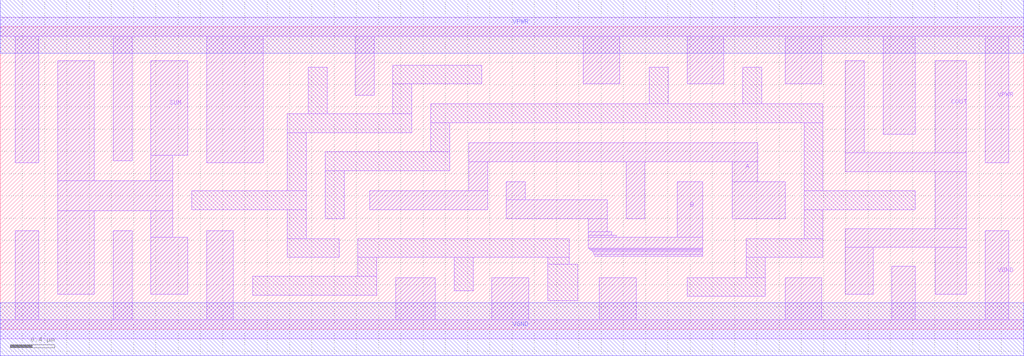
<source format=lef>
# Copyright 2020 The SkyWater PDK Authors
#
# Licensed under the Apache License, Version 2.0 (the "License");
# you may not use this file except in compliance with the License.
# You may obtain a copy of the License at
#
#     https://www.apache.org/licenses/LICENSE-2.0
#
# Unless required by applicable law or agreed to in writing, software
# distributed under the License is distributed on an "AS IS" BASIS,
# WITHOUT WARRANTIES OR CONDITIONS OF ANY KIND, either express or implied.
# See the License for the specific language governing permissions and
# limitations under the License.
#
# SPDX-License-Identifier: Apache-2.0

VERSION 5.5 ;
NAMESCASESENSITIVE ON ;
BUSBITCHARS "[]" ;
DIVIDERCHAR "/" ;
MACRO sky130_fd_sc_hd__ha_4
  CLASS CORE ;
  SOURCE USER ;
  ORIGIN  0.000000  0.000000 ;
  SIZE  9.200000 BY  2.720000 ;
  SYMMETRY X Y R90 ;
  SITE unithd ;
  PIN A
    ANTENNAGATEAREA  0.990000 ;
    DIRECTION INPUT ;
    USE SIGNAL ;
    PORT
      LAYER li1 ;
        RECT 3.320000 1.075000 4.380000 1.245000 ;
        RECT 4.210000 1.245000 4.380000 1.505000 ;
        RECT 4.210000 1.505000 6.810000 1.675000 ;
        RECT 5.625000 0.995000 5.795000 1.505000 ;
        RECT 6.580000 0.995000 7.055000 1.325000 ;
        RECT 6.580000 1.325000 6.810000 1.505000 ;
    END
  END A
  PIN B
    ANTENNAGATEAREA  0.990000 ;
    DIRECTION INPUT ;
    USE SIGNAL ;
    PORT
      LAYER li1 ;
        RECT 4.550000 0.995000 5.455000 1.165000 ;
        RECT 4.550000 1.165000 4.720000 1.325000 ;
        RECT 5.285000 0.730000 6.315000 0.825000 ;
        RECT 5.285000 0.825000 5.535000 0.845000 ;
        RECT 5.285000 0.845000 5.495000 0.875000 ;
        RECT 5.285000 0.875000 5.455000 0.995000 ;
        RECT 5.295000 0.720000 6.315000 0.730000 ;
        RECT 5.310000 0.710000 6.315000 0.720000 ;
        RECT 5.320000 0.695000 6.315000 0.710000 ;
        RECT 5.335000 0.675000 6.315000 0.695000 ;
        RECT 5.345000 0.655000 6.315000 0.675000 ;
        RECT 6.085000 0.825000 6.315000 1.325000 ;
    END
  END B
  PIN COUT
    ANTENNADIFFAREA  0.891000 ;
    DIRECTION OUTPUT ;
    USE SIGNAL ;
    PORT
      LAYER li1 ;
        RECT 7.595000 0.315000 7.845000 0.735000 ;
        RECT 7.595000 0.735000 8.685000 0.905000 ;
        RECT 7.595000 1.415000 8.685000 1.585000 ;
        RECT 7.595000 1.585000 7.765000 2.415000 ;
        RECT 8.405000 0.315000 8.685000 0.735000 ;
        RECT 8.405000 0.905000 8.685000 1.415000 ;
        RECT 8.405000 1.585000 8.685000 2.415000 ;
    END
  END COUT
  PIN SUM
    ANTENNADIFFAREA  0.891000 ;
    DIRECTION OUTPUT ;
    USE SIGNAL ;
    PORT
      LAYER li1 ;
        RECT 0.515000 0.315000 0.845000 1.065000 ;
        RECT 0.515000 1.065000 1.550000 1.335000 ;
        RECT 0.515000 1.335000 0.845000 2.415000 ;
        RECT 1.355000 0.315000 1.685000 0.825000 ;
        RECT 1.355000 0.825000 1.550000 1.065000 ;
        RECT 1.355000 1.335000 1.550000 1.565000 ;
        RECT 1.355000 1.565000 1.685000 2.415000 ;
    END
  END SUM
  PIN VGND
    DIRECTION INOUT ;
    SHAPE ABUTMENT ;
    USE GROUND ;
    PORT
      LAYER li1 ;
        RECT 0.000000 -0.085000 9.200000 0.085000 ;
        RECT 0.135000  0.085000 0.345000 0.885000 ;
        RECT 1.015000  0.085000 1.185000 0.885000 ;
        RECT 1.855000  0.085000 2.095000 0.885000 ;
        RECT 3.555000  0.085000 3.910000 0.465000 ;
        RECT 4.420000  0.085000 4.750000 0.465000 ;
        RECT 5.385000  0.085000 5.715000 0.465000 ;
        RECT 7.055000  0.085000 7.385000 0.465000 ;
        RECT 8.015000  0.085000 8.225000 0.565000 ;
        RECT 8.855000  0.085000 9.065000 0.885000 ;
    END
    PORT
      LAYER met1 ;
        RECT 0.000000 -0.240000 9.200000 0.240000 ;
    END
  END VGND
  PIN VPWR
    DIRECTION INOUT ;
    SHAPE ABUTMENT ;
    USE POWER ;
    PORT
      LAYER li1 ;
        RECT 0.000000 2.635000 9.200000 2.805000 ;
        RECT 0.135000 1.495000 0.345000 2.635000 ;
        RECT 1.015000 1.515000 1.185000 2.635000 ;
        RECT 1.855000 1.495000 2.365000 2.635000 ;
        RECT 3.190000 2.105000 3.360000 2.635000 ;
        RECT 5.240000 2.205000 5.570000 2.635000 ;
        RECT 6.175000 2.205000 6.505000 2.635000 ;
        RECT 7.055000 2.205000 7.385000 2.635000 ;
        RECT 7.935000 1.755000 8.225000 2.635000 ;
        RECT 8.855000 1.495000 9.065000 2.635000 ;
    END
    PORT
      LAYER met1 ;
        RECT 0.000000 2.480000 9.200000 2.960000 ;
    END
  END VPWR
  OBS
    LAYER li1 ;
      RECT 1.720000 1.075000 2.750000 1.245000 ;
      RECT 2.270000 0.305000 3.385000 0.475000 ;
      RECT 2.580000 0.645000 3.045000 0.815000 ;
      RECT 2.580000 0.815000 2.750000 1.075000 ;
      RECT 2.580000 1.245000 2.750000 1.765000 ;
      RECT 2.580000 1.765000 3.700000 1.935000 ;
      RECT 2.770000 1.935000 2.940000 2.355000 ;
      RECT 2.920000 0.995000 3.090000 1.425000 ;
      RECT 2.920000 1.425000 4.040000 1.595000 ;
      RECT 3.215000 0.475000 3.385000 0.645000 ;
      RECT 3.215000 0.645000 5.115000 0.815000 ;
      RECT 3.530000 1.935000 3.700000 2.205000 ;
      RECT 3.530000 2.205000 4.330000 2.375000 ;
      RECT 3.870000 1.595000 4.040000 1.855000 ;
      RECT 3.870000 1.855000 7.395000 2.025000 ;
      RECT 4.080000 0.345000 4.250000 0.645000 ;
      RECT 4.920000 0.255000 5.190000 0.585000 ;
      RECT 4.920000 0.585000 5.115000 0.645000 ;
      RECT 5.835000 2.025000 6.005000 2.355000 ;
      RECT 6.175000 0.295000 6.875000 0.465000 ;
      RECT 6.675000 2.025000 6.845000 2.355000 ;
      RECT 6.705000 0.465000 6.875000 0.645000 ;
      RECT 6.705000 0.645000 7.395000 0.815000 ;
      RECT 7.225000 0.815000 7.395000 1.075000 ;
      RECT 7.225000 1.075000 8.225000 1.245000 ;
      RECT 7.225000 1.245000 7.395000 1.855000 ;
  END
END sky130_fd_sc_hd__ha_4
END LIBRARY

</source>
